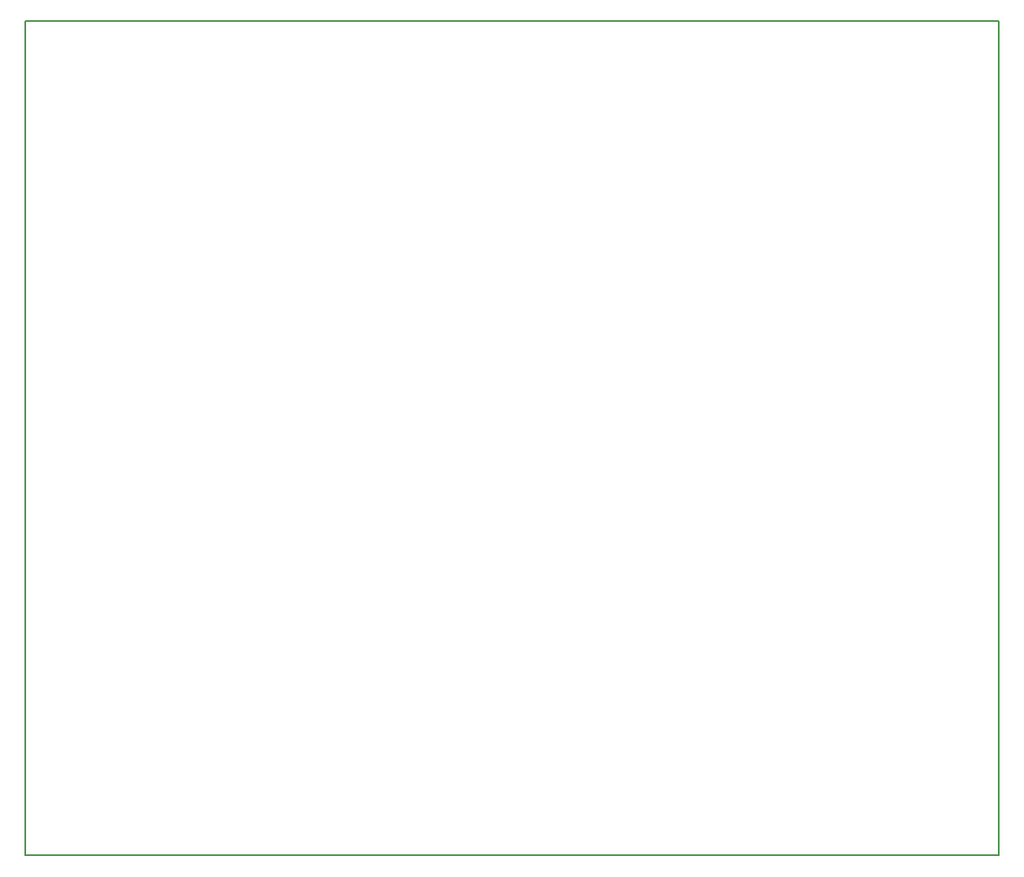
<source format=gbr>
%TF.GenerationSoftware,KiCad,Pcbnew,(6.0.11)*%
%TF.CreationDate,2023-02-05T16:57:11-06:00*%
%TF.ProjectId,BandPassFilter,42616e64-5061-4737-9346-696c7465722e,rev?*%
%TF.SameCoordinates,Original*%
%TF.FileFunction,Profile,NP*%
%FSLAX46Y46*%
G04 Gerber Fmt 4.6, Leading zero omitted, Abs format (unit mm)*
G04 Created by KiCad (PCBNEW (6.0.11)) date 2023-02-05 16:57:11*
%MOMM*%
%LPD*%
G01*
G04 APERTURE LIST*
%TA.AperFunction,Profile*%
%ADD10C,0.150000*%
%TD*%
G04 APERTURE END LIST*
D10*
X119000000Y-60000000D02*
X119000000Y-144000000D01*
X217000000Y-60000000D02*
X119000000Y-60000000D01*
X217000000Y-144000000D02*
X217000000Y-60000000D01*
X119000000Y-144000000D02*
X217000000Y-144000000D01*
M02*

</source>
